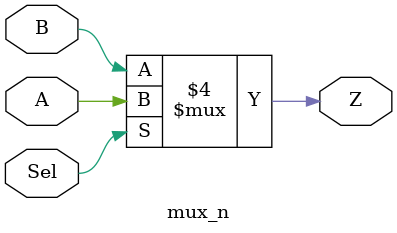
<source format=v>
module mux_n (A, B, Sel, Z);

input A, B, Sel;
output reg Z;

always @(*)
begin 
	if (Sel == 1) Z <= A;
	else Z <= B;
end 
endmodule 
</source>
